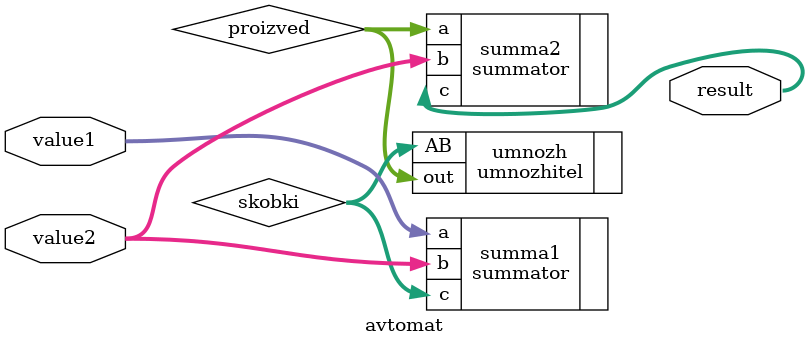
<source format=v>
`timescale 1ns / 1ps

module avtomat(
    input [9:0] value1,
    input [9:0] value2,
    output [10:0] result
    );
    wire [10:0] skobki,proizved;

summator summa1(
    .a(value1),
    .b(value2),
    .c(skobki)
);

umnozhitel umnozh(
    .AB(skobki),
    .out(proizved)
);

summator summa2(
    .a(proizved),
    .b(value2),
    .c(result)
);

endmodule

</source>
